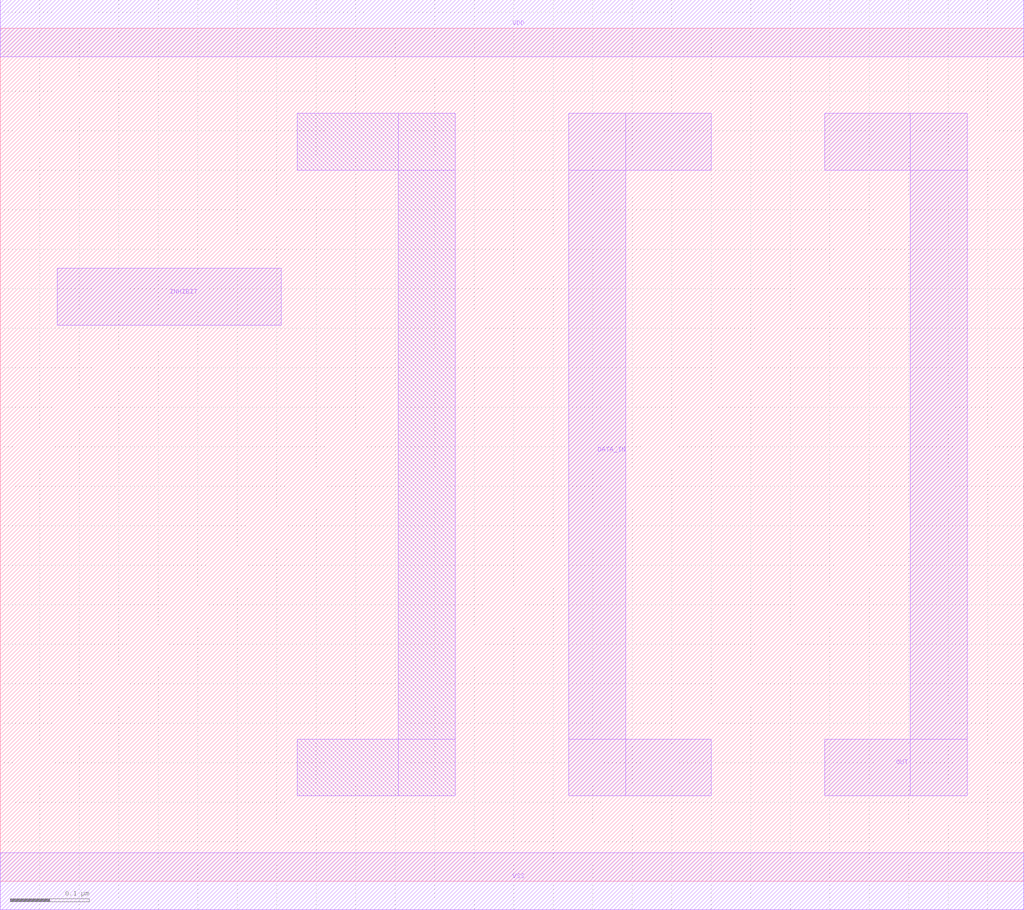
<source format=lef>
VERSION 5.8 ;
BUSBITCHARS "[]" ;
DIVIDERCHAR "/" ;

MACRO inhibit_pass
  ORIGIN -1.3 0 ;
  FOREIGN inhibit_pass 1.3 0 ;
  SIZE 1.296 BY 1.08 ;
  SYMMETRY X Y ;
  PIN VDD
    DIRECTION INOUT ;
    USE POWER ;
    SHAPE ABUTMENT ;
    PORT
      LAYER M1 ;
        RECT 1.3 1.044 2.596 1.116 ;
    END
  END VDD
  PIN VSS
    DIRECTION INOUT ;
    USE GROUND ;
    SHAPE ABUTMENT ;
    PORT
      LAYER M1 ;
        RECT 1.3 -0.036 2.596 0.036 ;
    END
  END VSS
  PIN DATA_IN
    DIRECTION INPUT ;
    USE SIGNAL ;
    PORT
      LAYER M1 ;
        RECT 2.02 0.9 2.2 0.972 ;
        RECT 2.02 0.108 2.2 0.18 ;
        RECT 2.02 0.108 2.092 0.972 ;
    END
  END DATA_IN
  PIN INHIBIT
    DIRECTION INPUT ;
    USE SIGNAL ;
    PORT
      LAYER M1 ;
        RECT 1.372 0.704 1.656 0.776 ;
    END
  END INHIBIT
  PIN OUT
    DIRECTION OUTPUT ;
    USE SIGNAL ;
    PORT
      LAYER M1 ;
        RECT 2.344 0.9 2.524 0.972 ;
        RECT 2.452 0.108 2.524 0.972 ;
        RECT 2.344 0.108 2.524 0.18 ;
    END
  END OUT
  OBS
    LAYER M1 ;
      RECT 1.676 0.9 1.876 0.972 ;
      RECT 1.804 0.108 1.876 0.972 ;
      RECT 1.676 0.108 1.876 0.18 ;
  END
END inhibit_pass

END LIBRARY

</source>
